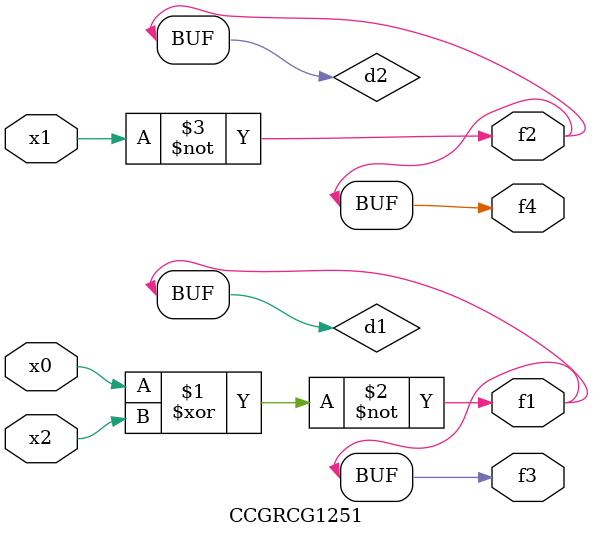
<source format=v>
module CCGRCG1251(
	input x0, x1, x2,
	output f1, f2, f3, f4
);

	wire d1, d2, d3;

	xnor (d1, x0, x2);
	nand (d2, x1);
	nor (d3, x1, x2);
	assign f1 = d1;
	assign f2 = d2;
	assign f3 = d1;
	assign f4 = d2;
endmodule

</source>
